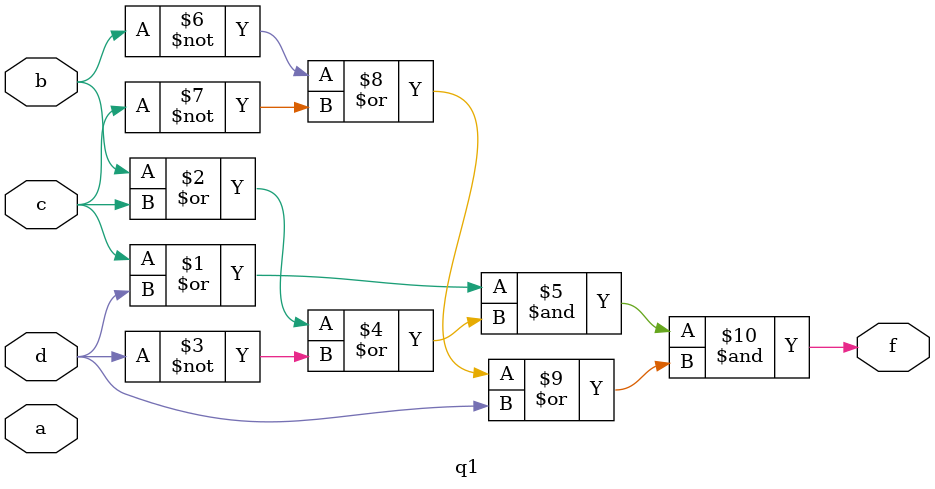
<source format=v>
module q1(a, b, c, d, f);
    input a, b, c, d;
    output f;
    assign f = ((c|d)&(b|c|~d)&(~b|~c|d));
    
endmodule

</source>
